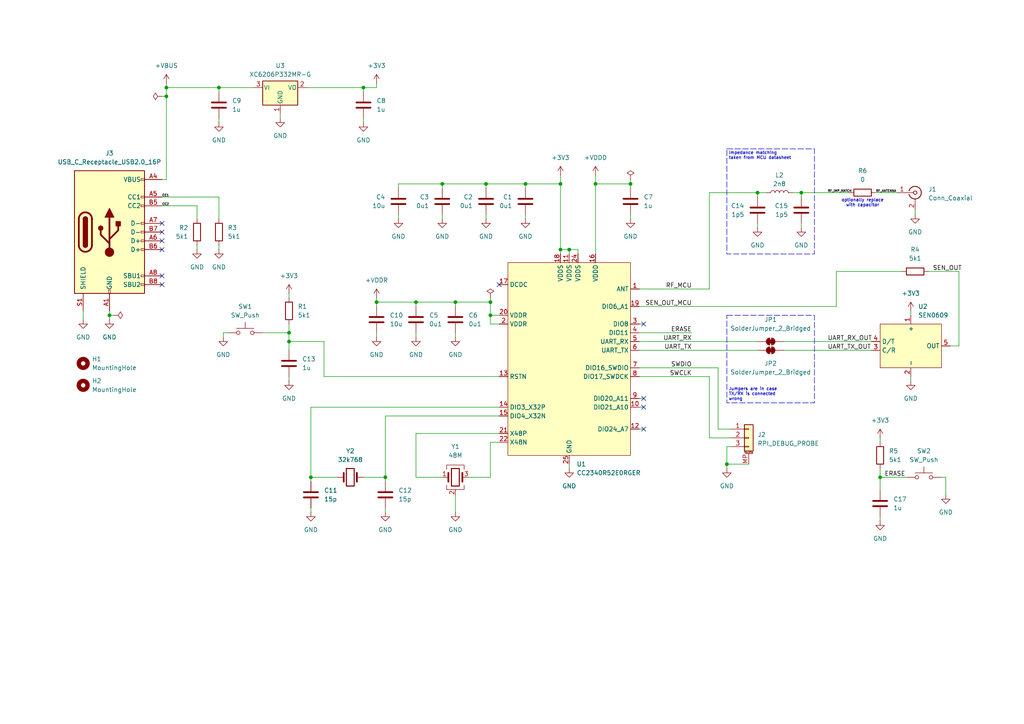
<source format=kicad_sch>
(kicad_sch (version 20250114) (generator "eeschema") (generator_version "9.0")
  (paper "A4")
  (title_block (title "Zigbee Presence sensor") (rev "1"))
  (lib_symbols
    (symbol "Connector:Conn_Coaxial" (pin_names (offset 1.016) (hide yes))
      (property "Reference" "J" (at 0.254 3.048 0))
      (property "Value" "Conn_Coaxial" (at 2.921 0 90))
      (symbol "Conn_Coaxial_0_1"
        (polyline (pts (xy -2.54 0) (xy -0.508 0)))
        (arc (start 1.778 0) (mid 0.222 -1.8079) (end -1.778 -0.508) (stroke (width 0.254)))
        (arc (start -1.778 0.508) (mid 0.2221 1.8084) (end 1.778 0) (stroke (width 0.254)))
        (circle (center 0 0) (radius 0.508) (stroke (width 0.2032)))
        (polyline (pts (xy 0 -2.54) (xy 0 -1.778)))
      )
      (symbol "Conn_Coaxial_1_1"
        (pin passive line (at -5.08 0 0) (length 2.54) (name "In") (number "1"))
        (pin passive line (at 0 -5.08 90) (length 2.54) (name "Ext") (number "2"))
      )
    )
    (symbol "Connector:USB_C_Receptacle_USB2.0_16P" (pin_names (offset 1.016))
      (property "Reference" "J" (at 0 22.225 0))
      (property "Value" "USB_C_Receptacle_USB2.0_16P" (at 0 19.685 0))
      (symbol "USB_C_Receptacle_USB2.0_16P_0_0"
        (rectangle (start -0.254 -17.78) (end 0.254 -16.764))
        (rectangle (start 10.16 15.494) (end 9.144 14.986))
        (rectangle (start 10.16 10.414) (end 9.144 9.906))
        (rectangle (start 10.16 7.874) (end 9.144 7.366))
        (rectangle (start 10.16 2.794) (end 9.144 2.286))
        (rectangle (start 10.16 0.254) (end 9.144 -0.254))
        (rectangle (start 10.16 -2.286) (end 9.144 -2.794))
        (rectangle (start 10.16 -4.826) (end 9.144 -5.334))
        (rectangle (start 10.16 -12.446) (end 9.144 -12.954))
        (rectangle (start 10.16 -14.986) (end 9.144 -15.494))
      )
      (symbol "USB_C_Receptacle_USB2.0_16P_0_1"
        (rectangle (start -10.16 17.78) (end 10.16 -17.78) (stroke (width 0.254)) (fill (type background)))
        (polyline (pts (xy -8.89 -3.81) (xy -8.89 3.81)) (stroke (width 0.508)))
        (rectangle (start -7.62 -3.81) (end -6.35 3.81) (stroke (width 0.254)) (fill (type outline)))
        (arc (start -7.62 3.81) (mid -6.985 4.4423) (end -6.35 3.81) (stroke (width 0.254)))
        (arc (start -7.62 3.81) (mid -6.985 4.4423) (end -6.35 3.81) (stroke (width 0.254)) (fill (type outline)))
        (arc (start -8.89 3.81) (mid -6.985 5.7067) (end -5.08 3.81) (stroke (width 0.508)))
        (arc (start -5.08 -3.81) (mid -6.985 -5.7067) (end -8.89 -3.81) (stroke (width 0.508)))
        (arc (start -6.35 -3.81) (mid -6.985 -4.4423) (end -7.62 -3.81) (stroke (width 0.254)))
        (arc (start -6.35 -3.81) (mid -6.985 -4.4423) (end -7.62 -3.81) (stroke (width 0.254)) (fill (type outline)))
        (polyline (pts (xy -5.08 3.81) (xy -5.08 -3.81)) (stroke (width 0.508)))
        (circle (center -2.54 1.143) (radius 0.635) (stroke (width 0.254)) (fill (type outline)))
        (polyline (pts (xy -1.27 4.318) (xy 0 6.858) (xy 1.27 4.318) (xy -1.27 4.318)) (stroke (width 0.254)) (fill (type outline)))
        (polyline (pts (xy 0 -2.032) (xy 2.54 0.508) (xy 2.54 1.778)) (stroke (width 0.508)))
        (polyline (pts (xy 0 -3.302) (xy -2.54 -0.762) (xy -2.54 0.508)) (stroke (width 0.508)))
        (polyline (pts (xy 0 -5.842) (xy 0 4.318)) (stroke (width 0.508)))
        (circle (center 0 -5.842) (radius 1.27) (fill (type outline)))
        (rectangle (start 1.905 1.778) (end 3.175 3.048) (stroke (width 0.254)) (fill (type outline)))
      )
      (symbol "USB_C_Receptacle_USB2.0_16P_1_1"
        (pin passive line (at -7.62 -22.86 90) (length 5.08) (name "SHIELD") (number "S1"))
        (pin passive line (at 0 -22.86 90) (length 5.08) (name "GND") (number "A1"))
        (pin passive line (at 0 -22.86 90) (length 5.08) (hide yes) (name "GND") (number "A12"))
        (pin passive line (at 0 -22.86 90) (length 5.08) (hide yes) (name "GND") (number "B1"))
        (pin passive line (at 0 -22.86 90) (length 5.08) (hide yes) (name "GND") (number "B12"))
        (pin passive line (at 15.24 15.24 180) (length 5.08) (name "VBUS") (number "A4"))
        (pin passive line (at 15.24 15.24 180) (length 5.08) (hide yes) (name "VBUS") (number "A9"))
        (pin passive line (at 15.24 15.24 180) (length 5.08) (hide yes) (name "VBUS") (number "B4"))
        (pin passive line (at 15.24 15.24 180) (length 5.08) (hide yes) (name "VBUS") (number "B9"))
        (pin bidirectional line (at 15.24 10.16 180) (length 5.08) (name "CC1") (number "A5"))
        (pin bidirectional line (at 15.24 7.62 180) (length 5.08) (name "CC2") (number "B5"))
        (pin bidirectional line (at 15.24 2.54 180) (length 5.08) (name "D-") (number "A7"))
        (pin bidirectional line (at 15.24 0 180) (length 5.08) (name "D-") (number "B7"))
        (pin bidirectional line (at 15.24 -2.54 180) (length 5.08) (name "D+") (number "A6"))
        (pin bidirectional line (at 15.24 -5.08 180) (length 5.08) (name "D+") (number "B6"))
        (pin bidirectional line (at 15.24 -12.7 180) (length 5.08) (name "SBU1") (number "A8"))
        (pin bidirectional line (at 15.24 -15.24 180) (length 5.08) (name "SBU2") (number "B8"))
      )
    )
    (symbol "Connector_Generic_MountingPin:Conn_01x03_MountingPin" (pin_names (offset 1.016) (hide yes))
      (property "Reference" "J" (at 0 5.08 0))
      (property "Value" "Conn_01x03_MountingPin" (at 1.27 -5.08 0))
      (symbol "Conn_01x03_MountingPin_1_1"
        (rectangle (start -1.27 3.81) (end 1.27 -3.81) (stroke (width 0.254)) (fill (type background)))
        (rectangle (start -1.27 2.667) (end 0 2.413) (stroke (width 0.1524)))
        (rectangle (start -1.27 0.127) (end 0 -0.127) (stroke (width 0.1524)))
        (rectangle (start -1.27 -2.413) (end 0 -2.667) (stroke (width 0.1524)))
        (polyline (pts (xy -1.016 -4.572) (xy 1.016 -4.572)) (stroke (width 0.1524)))
        (text "Mounting" (at 0 -4.191 0) (effects (font (size 0.381 0.381))))
        (pin passive line (at -5.08 2.54 0) (length 3.81) (name "Pin_1") (number "1"))
        (pin passive line (at -5.08 0 0) (length 3.81) (name "Pin_2") (number "2"))
        (pin passive line (at -5.08 -2.54 0) (length 3.81) (name "Pin_3") (number "3"))
        (pin passive line (at 0 -7.62 90) (length 3.048) (name "MountPin") (number "MP"))
      )
    )
    (symbol "Device:C" (pin_numbers (hide yes)) (pin_names (offset 0.254))
      (property "Reference" "C" (at 0.635 2.54 0))
      (property "Value" "C" (at 0.635 -2.54 0))
      (symbol "C_0_1"
        (polyline (pts (xy -2.032 0.762) (xy 2.032 0.762)) (stroke (width 0.508)))
        (polyline (pts (xy -2.032 -0.762) (xy 2.032 -0.762)) (stroke (width 0.508)))
      )
      (symbol "C_1_1"
        (pin passive line (at 0 3.81 270) (length 2.794) (name "~") (number "1"))
        (pin passive line (at 0 -3.81 90) (length 2.794) (name "~") (number "2"))
      )
    )
    (symbol "Device:Crystal" (pin_numbers (hide yes)) (pin_names (offset 1.016) (hide yes))
      (property "Reference" "Y" (at 0 3.81 0))
      (property "Value" "Crystal" (at 0 -3.81 0))
      (symbol "Crystal_0_1"
        (polyline (pts (xy -2.54 0) (xy -1.905 0)))
        (polyline (pts (xy -1.905 -1.27) (xy -1.905 1.27)) (stroke (width 0.508)))
        (rectangle (start -1.143 2.54) (end 1.143 -2.54) (stroke (width 0.3048)))
        (polyline (pts (xy 1.905 -1.27) (xy 1.905 1.27)) (stroke (width 0.508)))
        (polyline (pts (xy 2.54 0) (xy 1.905 0)))
      )
      (symbol "Crystal_1_1"
        (pin passive line (at -3.81 0 0) (length 1.27) (name "1") (number "1"))
        (pin passive line (at 3.81 0 180) (length 1.27) (name "2") (number "2"))
      )
    )
    (symbol "Device:Crystal_GND24" (pin_names (offset 1.016) (hide yes))
      (property "Reference" "Y" (at 3.175 5.08 0))
      (property "Value" "Crystal_GND24" (at 3.175 3.175 0))
      (symbol "Crystal_GND24_0_1"
        (polyline (pts (xy -2.54 2.286) (xy -2.54 3.556) (xy 2.54 3.556) (xy 2.54 2.286)))
        (polyline (pts (xy -2.54 0) (xy -2.032 0)))
        (polyline (pts (xy -2.54 -2.286) (xy -2.54 -3.556) (xy 2.54 -3.556) (xy 2.54 -2.286)))
        (polyline (pts (xy -2.032 -1.27) (xy -2.032 1.27)) (stroke (width 0.508)))
        (rectangle (start -1.143 2.54) (end 1.143 -2.54) (stroke (width 0.3048)))
        (polyline (pts (xy 0 -3.81) (xy 0 -3.556)))
        (polyline (pts (xy 2.032 0) (xy 2.54 0)))
        (polyline (pts (xy 2.032 -1.27) (xy 2.032 1.27)) (stroke (width 0.508)))
      )
      (symbol "Crystal_GND24_1_1"
        (pin passive line (at -3.81 0 0) (length 1.27) (name "1") (number "1"))
        (pin passive line (at 0 -5.08 90) (length 1.27) (name "G") (number "2"))
        (pin passive line (at 0 -5.08 90) (length 1.27) (hide yes) (name "G") (number "4"))
        (pin passive line (at 3.81 0 180) (length 1.27) (name "3") (number "3"))
      )
    )
    (symbol "Device:L" (pin_numbers (hide yes)) (pin_names (offset 1.016) (hide yes))
      (property "Reference" "L" (at -1.27 0 90))
      (property "Value" "L" (at 1.905 0 90))
      (symbol "L_0_1"
        (arc (start 0 2.54) (mid 0.6323 1.905) (end 0 1.27))
        (arc (start 0 1.27) (mid 0.6323 0.635) (end 0 0))
        (arc (start 0 0) (mid 0.6323 -0.635) (end 0 -1.27))
        (arc (start 0 -1.27) (mid 0.6323 -1.905) (end 0 -2.54))
      )
      (symbol "L_1_1"
        (pin passive line (at 0 3.81 270) (length 1.27) (name "1") (number "1"))
        (pin passive line (at 0 -3.81 90) (length 1.27) (name "2") (number "2"))
      )
    )
    (symbol "Device:R" (pin_numbers (hide yes)) (pin_names (offset 0))
      (property "Reference" "R" (at 2.032 0 90))
      (property "Value" "R" (at 0 0 90))
      (symbol "R_0_1"
        (rectangle (start -1.016 -2.54) (end 1.016 2.54) (stroke (width 0.254)))
      )
      (symbol "R_1_1"
        (pin passive line (at 0 3.81 270) (length 1.27) (name "~") (number "1"))
        (pin passive line (at 0 -3.81 90) (length 1.27) (name "~") (number "2"))
      )
    )
    (symbol "Jumper:SolderJumper_2_Bridged" (pin_numbers (hide yes)) (pin_names (offset 0) (hide yes)) (in_bom no)
      (property "Reference" "JP" (at 0 2.032 0))
      (property "Value" "SolderJumper_2_Bridged" (at 0 -2.54 0))
      (symbol "SolderJumper_2_Bridged_0_1"
        (rectangle (start -0.508 0.508) (end 0.508 -0.508) (fill (type outline)))
        (polyline (pts (xy -0.254 1.016) (xy -0.254 -1.016)))
        (arc (start -0.254 -1.016) (mid -1.2656 0) (end -0.254 1.016))
        (arc (start -0.254 -1.016) (mid -1.2656 0) (end -0.254 1.016) (fill (type outline)))
        (arc (start 0.254 1.016) (mid 1.2656 0) (end 0.254 -1.016))
        (arc (start 0.254 1.016) (mid 1.2656 0) (end 0.254 -1.016) (fill (type outline)))
        (polyline (pts (xy 0.254 1.016) (xy 0.254 -1.016)))
      )
      (symbol "SolderJumper_2_Bridged_1_1"
        (pin passive line (at -3.81 0 0) (length 2.54) (name "A") (number "1"))
        (pin passive line (at 3.81 0 180) (length 2.54) (name "B") (number "2"))
      )
    )
    (symbol "Mechanical:MountingHole" (pin_names (offset 1.016)) (in_bom no)
      (property "Reference" "H" (at 0 5.08 0))
      (property "Value" "MountingHole" (at 0 3.175 0))
      (symbol "MountingHole_0_1"
        (circle (center 0 0) (radius 1.27) (stroke (width 1.27)))
      )
    )
    (symbol "Regulator_Linear:XC6206PxxxMR" (pin_names (offset 0.254))
      (property "Reference" "U" (at -3.81 3.175 0))
      (property "Value" "XC6206PxxxMR" (at 0 3.175 0))
      (symbol "XC6206PxxxMR_0_1"
        (rectangle (start -5.08 1.905) (end 5.08 -5.08) (stroke (width 0.254)) (fill (type background)))
      )
      (symbol "XC6206PxxxMR_1_1"
        (pin power_in line (at -7.62 0 0) (length 2.54) (name "VI") (number "3"))
        (pin power_in line (at 0 -7.62 90) (length 2.54) (name "GND") (number "1"))
        (pin power_out line (at 7.62 0 180) (length 2.54) (name "VO") (number "2"))
      )
    )
    (symbol "Switch:SW_Push" (pin_numbers (hide yes)) (pin_names (offset 1.016) (hide yes))
      (property "Reference" "SW" (at 1.27 2.54 0))
      (property "Value" "SW_Push" (at 0 -1.524 0))
      (symbol "SW_Push_0_1"
        (circle (center -2.032 0) (radius 0.508))
        (polyline (pts (xy 0 1.27) (xy 0 3.048)))
        (circle (center 2.032 0) (radius 0.508))
        (polyline (pts (xy 2.54 1.27) (xy -2.54 1.27)))
        (pin passive line (at -5.08 0 0) (length 2.54) (name "1") (number "1"))
        (pin passive line (at 5.08 0 180) (length 2.54) (name "2") (number "2"))
      )
    )
    (symbol "power:+3V0" (power) (pin_numbers (hide yes)) (pin_names (offset 0) (hide yes))
      (property "Value" "+3V0" (at 0 3.556 0))
      (symbol "+3V0_0_1"
        (polyline (pts (xy -0.762 1.27) (xy 0 2.54)))
        (polyline (pts (xy 0 2.54) (xy 0.762 1.27)))
        (polyline (pts (xy 0 0) (xy 0 2.54)))
      )
      (symbol "+3V0_1_1"
        (pin power_in line (at 0 0 90) (length 0) (name "~") (number "1"))
      )
    )
    (symbol "power:GND" (power) (pin_numbers (hide yes)) (pin_names (offset 0) (hide yes))
      (property "Value" "GND" (at 0 -3.81 0))
      (symbol "GND_0_1"
        (polyline (pts (xy 0 0) (xy 0 -1.27) (xy 1.27 -1.27) (xy 0 -2.54) (xy -1.27 -1.27) (xy 0 -1.27)))
      )
      (symbol "GND_1_1"
        (pin power_in line (at 0 0 270) (length 0) (name "~") (number "1"))
      )
    )
    (symbol "power:PWR_FLAG" (power) (pin_numbers (hide yes)) (pin_names (offset 0) (hide yes))
      (property "Value" "PWR_FLAG" (at 0 3.81 0))
      (symbol "PWR_FLAG_0_0"
        (pin power_out line (at 0 0 90) (length 0) (name "~") (number "1"))
      )
      (symbol "PWR_FLAG_0_1"
        (polyline (pts (xy 0 0) (xy 0 1.27) (xy -1.016 1.905) (xy 0 2.54) (xy 1.016 1.905) (xy 0 1.27)))
      )
    )
    (symbol "power:VDDF" (power) (pin_numbers (hide yes)) (pin_names (offset 0) (hide yes))
      (property "Value" "VDDF" (at 0 3.556 0))
      (symbol "VDDF_0_1"
        (polyline (pts (xy -0.762 1.27) (xy 0 2.54)))
        (polyline (pts (xy 0 2.54) (xy 0.762 1.27)))
        (polyline (pts (xy 0 0) (xy 0 2.54)))
      )
      (symbol "VDDF_1_1"
        (pin power_in line (at 0 0 90) (length 0) (name "~") (number "1"))
      )
    )
    (symbol "presence-sensor:CC2340R21N0RGER"
      (property "Reference" "U" (at 2.286 -29.718 0))
      (property "Value" "CC2340R21N0RGER" (at 2.286 -31.496 0))
      (symbol "CC2340R21N0RGER_0_0"
        (pin power_in line (at -20.32 21.59 0) (length 2.54) (name "DCDC") (number "17"))
        (pin power_in line (at -20.32 12.7 0) (length 2.54) (name "VDDR") (number "20"))
        (pin power_in line (at -20.32 10.16 0) (length 2.54) (name "VDDR") (number "2"))
        (pin bidirectional line (at -20.32 -13.97 0) (length 2.54) (name "DIO3_X32P") (number "14"))
        (pin bidirectional line (at -20.32 -16.51 0) (length 2.54) (name "DIO4_X32N") (number "15"))
        (pin bidirectional line (at -20.32 -21.59 0) (length 2.54) (name "X48P") (number "21"))
        (pin bidirectional line (at -20.32 -24.13 0) (length 2.54) (name "X48N") (number "22"))
        (pin power_in line (at -2.54 30.48 270) (length 2.54) (name "VDDS") (number "18"))
        (pin power_in line (at 0 30.48 270) (length 2.54) (name "VDDS") (number "11"))
        (pin power_in line (at 0 -30.48 90) (length 2.54) (hide yes) (name "GND") (number "23"))
        (pin power_in line (at 2.54 30.48 270) (length 2.54) (name "VDDS") (number "24"))
        (pin power_in line (at 7.62 30.48 270) (length 2.54) (name "VDDD") (number "16"))
        (pin bidirectional line (at 20.32 20.32 180) (length 2.54) (name "ANT") (number "1"))
        (pin bidirectional line (at 20.32 15.24 180) (length 2.54) (name "DIO6_A1") (number "19"))
        (pin bidirectional line (at 20.32 10.16 180) (length 2.54) (name "DIO8") (number "3"))
        (pin bidirectional line (at 20.32 7.62 180) (length 2.54) (name "DIO11") (number "4"))
        (pin bidirectional line (at 20.32 -2.54 180) (length 2.54) (name "DIO16_SWDIO") (number "7"))
        (pin bidirectional line (at 20.32 -5.08 180) (length 2.54) (name "DIO17_SWDCK") (number "8"))
        (pin bidirectional line (at 20.32 -11.43 180) (length 2.54) (name "DIO20_A11") (number "9"))
        (pin bidirectional line (at 20.32 -13.97 180) (length 2.54) (name "DIO21_A10") (number "10"))
        (pin bidirectional line (at 20.32 -20.32 180) (length 2.54) (name "DIO24_A7") (number "12"))
      )
      (symbol "CC2340R21N0RGER_1_0"
        (pin input line (at -20.32 -5.08 0) (length 2.54) (name "RSTN") (number "13"))
        (pin power_in line (at 0 -30.48 90) (length 2.54) (name "GND") (number "25"))
        (pin bidirectional line (at 20.32 5.08 180) (length 2.54) (name "DIO12") (number "5") (alternate "UART_RX" bidirectional line))
        (pin bidirectional line (at 20.32 2.54 180) (length 2.54) (name "DIO13") (number "6") (alternate "UART_TX" bidirectional line))
      )
      (symbol "CC2340R21N0RGER_1_1"
        (rectangle (start -17.78 27.94) (end 17.78 -27.94) (fill (type background)))
      )
    )
    (symbol "presence-sensor:SEN0609"
      (property "Reference" "U" (at 0 0.762 0))
      (property "Value" "SEN0609" (at 0 -1.27 0))
      (symbol "SEN0609_0_0"
        (pin output line (at -11.43 1.27 0) (length 2.54) (name "D/T") (number "4"))
        (pin input line (at -11.43 -1.27 0) (length 2.54) (name "C/R") (number "3"))
        (pin power_in line (at 0 8.89 270) (length 2.54) (name "+") (number "1"))
        (pin power_in line (at 0 -8.89 90) (length 2.54) (name "-") (number "2"))
        (pin output line (at 11.43 0 180) (length 2.54) (name "OUT") (number "5"))
      )
      (symbol "SEN0609_1_1"
        (rectangle (start -8.89 6.35) (end 8.89 -6.35) (fill (type background)))
      )
    )
  )
  (rectangle (start 210.82 43.18) (end 236.22 73.66) (stroke (width 0) (type dash)))
  (rectangle (start 210.82 91.44) (end 236.22 116.84) (stroke (width 0) (type dash)))
  (text "Jumpers are in case\nTX/RX is connected\nwrong" (at 211.328 116.332 0) (effects (font (size 0.889 0.889)) (justify left bottom)))
  (text "optionally replace\nwith capacitor" (at 250.19 57.658 0) (effects (font (size 0.889 0.889)) (justify top)))
  (text "Impedance matching\ntaken from MCU datasheet" (at 211.328 43.942 0) (effects (font (size 0.889 0.889)) (justify left top)))
  (junction (at 219.71 55.88))
  (junction (at 210.82 134.62))
  (junction (at 120.65 87.63))
  (junction (at 48.26 25.4))
  (junction (at 232.41 55.88))
  (junction (at 165.1 72.39))
  (junction (at 142.24 91.44))
  (junction (at 83.82 99.06))
  (junction (at 172.72 53.34))
  (junction (at 162.56 53.34))
  (junction (at 142.24 87.63))
  (junction (at 182.88 53.34))
  (junction (at 105.41 25.4))
  (junction (at 48.26 27.94))
  (junction (at 63.5 25.4))
  (junction (at 152.4 53.34))
  (junction (at 111.76 138.43))
  (junction (at 132.08 87.63))
  (junction (at 255.27 138.43))
  (junction (at 162.56 72.39))
  (junction (at 90.17 138.43))
  (junction (at 83.82 96.52))
  (junction (at 109.22 87.63))
  (junction (at 31.75 91.44))
  (junction (at 140.97 53.34))
  (junction (at 128.27 53.34))
  (no_connect (at 46.99 80.01))
  (no_connect (at 46.99 69.85))
  (no_connect (at 186.69 124.46))
  (no_connect (at 186.69 93.98))
  (no_connect (at 46.99 82.55))
  (no_connect (at 186.69 115.57))
  (no_connect (at 46.99 67.31))
  (no_connect (at 144.78 82.55))
  (no_connect (at 46.99 72.39))
  (no_connect (at 46.99 64.77))
  (no_connect (at 186.69 118.11))
  (wire (pts (xy 109.22 87.63) (xy 120.65 87.63)))
  (wire (pts (xy 152.4 53.34) (xy 140.97 53.34)))
  (wire (pts (xy 162.56 50.8) (xy 162.56 53.34)))
  (wire (pts (xy 90.17 147.32) (xy 90.17 148.59)))
  (wire (pts (xy 205.74 127) (xy 212.09 127)))
  (wire (pts (xy 115.57 54.61) (xy 115.57 53.34)))
  (wire (pts (xy 120.65 125.73) (xy 120.65 138.43)))
  (wire (pts (xy 128.27 53.34) (xy 128.27 54.61)))
  (wire (pts (xy 64.77 96.52) (xy 66.04 96.52)))
  (wire (pts (xy 265.43 62.23) (xy 265.43 60.96)))
  (wire (pts (xy 33.02 91.44) (xy 31.75 91.44)))
  (wire (pts (xy 186.69 93.98) (xy 185.42 93.98)))
  (wire (pts (xy 255.27 127) (xy 255.27 128.27)))
  (wire (pts (xy 212.09 129.54) (xy 210.82 129.54)))
  (wire (pts (xy 132.08 88.9) (xy 132.08 87.63)))
  (wire (pts (xy 205.74 127) (xy 205.74 109.22)))
  (wire (pts (xy 83.82 99.06) (xy 83.82 101.6)))
  (wire (pts (xy 93.98 99.06) (xy 93.98 109.22)))
  (wire (pts (xy 109.22 25.4) (xy 109.22 24.13)))
  (wire (pts (xy 186.69 124.46) (xy 185.42 124.46)))
  (wire (pts (xy 227.33 99.06) (xy 252.73 99.06)))
  (wire (pts (xy 48.26 27.94) (xy 48.26 52.07)))
  (wire (pts (xy 31.75 92.71) (xy 31.75 91.44)))
  (wire (pts (xy 63.5 25.4) (xy 73.66 25.4)))
  (wire (pts (xy 120.65 138.43) (xy 128.27 138.43)))
  (wire (pts (xy 165.1 72.39) (xy 165.1 73.66)))
  (wire (pts (xy 132.08 148.59) (xy 132.08 143.51)))
  (wire (pts (xy 172.72 50.8) (xy 172.72 53.34)))
  (wire (pts (xy 255.27 135.89) (xy 255.27 138.43)))
  (wire (pts (xy 274.32 138.43) (xy 273.05 138.43)))
  (wire (pts (xy 48.26 52.07) (xy 46.99 52.07)))
  (wire (pts (xy 31.75 91.44) (xy 31.75 90.17)))
  (wire (pts (xy 105.41 35.56) (xy 105.41 34.29)))
  (wire (pts (xy 140.97 63.5) (xy 140.97 62.23)))
  (wire (pts (xy 219.71 66.04) (xy 219.71 64.77)))
  (wire (pts (xy 142.24 128.27) (xy 144.78 128.27)))
  (wire (pts (xy 90.17 138.43) (xy 97.79 138.43)))
  (wire (pts (xy 140.97 53.34) (xy 128.27 53.34)))
  (wire (pts (xy 142.24 128.27) (xy 142.24 138.43)))
  (wire (pts (xy 111.76 139.7) (xy 111.76 138.43)))
  (wire (pts (xy 162.56 72.39) (xy 162.56 73.66)))
  (wire (pts (xy 185.42 109.22) (xy 205.74 109.22)))
  (wire (pts (xy 185.42 96.52) (xy 200.66 96.52)))
  (wire (pts (xy 63.5 57.15) (xy 63.5 63.5)))
  (wire (pts (xy 48.26 25.4) (xy 48.26 27.94)))
  (wire (pts (xy 109.22 97.79) (xy 109.22 96.52)))
  (wire (pts (xy 132.08 87.63) (xy 142.24 87.63)))
  (wire (pts (xy 186.69 115.57) (xy 185.42 115.57)))
  (wire (pts (xy 83.82 93.98) (xy 83.82 96.52)))
  (wire (pts (xy 205.74 55.88) (xy 205.74 83.82)))
  (wire (pts (xy 88.9 25.4) (xy 105.41 25.4)))
  (wire (pts (xy 278.13 78.74) (xy 269.24 78.74)))
  (wire (pts (xy 242.57 78.74) (xy 242.57 88.9)))
  (wire (pts (xy 115.57 63.5) (xy 115.57 62.23)))
  (wire (pts (xy 83.82 110.49) (xy 83.82 109.22)))
  (wire (pts (xy 162.56 53.34) (xy 162.56 72.39)))
  (wire (pts (xy 135.89 138.43) (xy 142.24 138.43)))
  (wire (pts (xy 274.32 138.43) (xy 274.32 143.51)))
  (wire (pts (xy 46.99 27.94) (xy 48.26 27.94)))
  (wire (pts (xy 205.74 55.88) (xy 219.71 55.88)))
  (wire (pts (xy 255.27 138.43) (xy 255.27 142.24)))
  (wire (pts (xy 48.26 25.4) (xy 63.5 25.4)))
  (wire (pts (xy 64.77 97.79) (xy 64.77 96.52)))
  (wire (pts (xy 111.76 120.65) (xy 144.78 120.65)))
  (wire (pts (xy 83.82 99.06) (xy 93.98 99.06)))
  (wire (pts (xy 111.76 147.32) (xy 111.76 148.59)))
  (wire (pts (xy 264.16 90.17) (xy 264.16 91.44)))
  (wire (pts (xy 172.72 53.34) (xy 172.72 73.66)))
  (wire (pts (xy 90.17 118.11) (xy 144.78 118.11)))
  (wire (pts (xy 242.57 78.74) (xy 261.62 78.74)))
  (wire (pts (xy 76.2 96.52) (xy 83.82 96.52)))
  (wire (pts (xy 255.27 138.43) (xy 262.89 138.43)))
  (wire (pts (xy 182.88 52.07) (xy 182.88 53.34)))
  (wire (pts (xy 128.27 53.34) (xy 115.57 53.34)))
  (wire (pts (xy 142.24 91.44) (xy 144.78 91.44)))
  (wire (pts (xy 186.69 118.11) (xy 185.42 118.11)))
  (wire (pts (xy 90.17 118.11) (xy 90.17 138.43)))
  (wire (pts (xy 219.71 55.88) (xy 222.25 55.88)))
  (wire (pts (xy 182.88 53.34) (xy 182.88 54.61)))
  (wire (pts (xy 105.41 138.43) (xy 111.76 138.43)))
  (wire (pts (xy 255.27 151.13) (xy 255.27 149.86)))
  (wire (pts (xy 90.17 139.7) (xy 90.17 138.43)))
  (wire (pts (xy 93.98 109.22) (xy 144.78 109.22)))
  (wire (pts (xy 275.59 100.33) (xy 278.13 100.33)))
  (wire (pts (xy 278.13 78.74) (xy 278.13 100.33)))
  (wire (pts (xy 162.56 53.34) (xy 152.4 53.34)))
  (wire (pts (xy 185.42 88.9) (xy 242.57 88.9)))
  (wire (pts (xy 152.4 53.34) (xy 152.4 54.61)))
  (wire (pts (xy 162.56 72.39) (xy 165.1 72.39)))
  (wire (pts (xy 232.41 55.88) (xy 246.38 55.88)))
  (wire (pts (xy 46.99 59.69) (xy 57.15 59.69)))
  (wire (pts (xy 185.42 83.82) (xy 205.74 83.82)))
  (wire (pts (xy 140.97 53.34) (xy 140.97 54.61)))
  (wire (pts (xy 109.22 86.36) (xy 109.22 87.63)))
  (wire (pts (xy 63.5 25.4) (xy 63.5 26.67)))
  (wire (pts (xy 185.42 106.68) (xy 208.28 106.68)))
  (wire (pts (xy 111.76 120.65) (xy 111.76 138.43)))
  (wire (pts (xy 254 55.88) (xy 260.35 55.88)))
  (wire (pts (xy 227.33 101.6) (xy 252.73 101.6)))
  (wire (pts (xy 142.24 86.36) (xy 142.24 87.63)))
  (wire (pts (xy 210.82 135.89) (xy 210.82 134.62)))
  (wire (pts (xy 63.5 72.39) (xy 63.5 71.12)))
  (wire (pts (xy 120.65 87.63) (xy 132.08 87.63)))
  (wire (pts (xy 185.42 101.6) (xy 219.71 101.6)))
  (wire (pts (xy 182.88 62.23) (xy 182.88 63.5)))
  (wire (pts (xy 83.82 85.09) (xy 83.82 86.36)))
  (wire (pts (xy 57.15 59.69) (xy 57.15 63.5)))
  (wire (pts (xy 219.71 55.88) (xy 219.71 57.15)))
  (wire (pts (xy 57.15 72.39) (xy 57.15 71.12)))
  (wire (pts (xy 185.42 99.06) (xy 219.71 99.06)))
  (wire (pts (xy 63.5 35.56) (xy 63.5 34.29)))
  (wire (pts (xy 264.16 110.49) (xy 264.16 109.22)))
  (wire (pts (xy 152.4 63.5) (xy 152.4 62.23)))
  (wire (pts (xy 210.82 134.62) (xy 217.17 134.62)))
  (wire (pts (xy 24.13 90.17) (xy 24.13 92.71)))
  (wire (pts (xy 105.41 25.4) (xy 109.22 25.4)))
  (wire (pts (xy 172.72 53.34) (xy 182.88 53.34)))
  (wire (pts (xy 109.22 88.9) (xy 109.22 87.63)))
  (wire (pts (xy 128.27 63.5) (xy 128.27 62.23)))
  (wire (pts (xy 212.09 124.46) (xy 208.28 124.46)))
  (wire (pts (xy 232.41 66.04) (xy 232.41 64.77)))
  (wire (pts (xy 120.65 97.79) (xy 120.65 96.52)))
  (wire (pts (xy 83.82 96.52) (xy 83.82 99.06)))
  (wire (pts (xy 120.65 88.9) (xy 120.65 87.63)))
  (wire (pts (xy 229.87 55.88) (xy 232.41 55.88)))
  (wire (pts (xy 142.24 93.98) (xy 142.24 91.44)))
  (wire (pts (xy 142.24 91.44) (xy 142.24 87.63)))
  (wire (pts (xy 232.41 55.88) (xy 232.41 57.15)))
  (wire (pts (xy 46.99 57.15) (xy 63.5 57.15)))
  (wire (pts (xy 167.64 72.39) (xy 167.64 73.66)))
  (wire (pts (xy 165.1 135.89) (xy 165.1 134.62)))
  (wire (pts (xy 81.28 34.29) (xy 81.28 33.02)))
  (wire (pts (xy 165.1 72.39) (xy 167.64 72.39)))
  (wire (pts (xy 48.26 24.13) (xy 48.26 25.4)))
  (wire (pts (xy 105.41 25.4) (xy 105.41 26.67)))
  (wire (pts (xy 132.08 97.79) (xy 132.08 96.52)))
  (wire (pts (xy 120.65 125.73) (xy 144.78 125.73)))
  (wire (pts (xy 144.78 93.98) (xy 142.24 93.98)))
  (wire (pts (xy 210.82 129.54) (xy 210.82 134.62)))
  (wire (pts (xy 208.28 124.46) (xy 208.28 106.68)))
  (label "SWDIO" (at 200.66 106.68 180))
  (label "SEN_OUT_MCU" (at 200.66 88.9 180))
  (label "SWCLK" (at 200.66 109.22 180))
  (label "UART_TX_OUT" (at 240.03 101.6 0))
  (label "ERASE" (at 200.66 96.52 180))
  (label "SEN_OUT" (at 270.51 78.74 0))
  (label "CC2" (at 46.99 59.69 0) (effects (font (size 0.635 0.635))))
  (label "RF_MCU" (at 200.66 83.82 180))
  (label "UART_TX" (at 200.66 101.6 180))
  (label "ERASE" (at 256.54 138.43 0))
  (label "RF_ANTENNA" (at 254 55.88 0) (effects (font (size 0.635 0.635))))
  (label "UART_RX_OUT" (at 240.03 99.06 0))
  (label "CC1" (at 46.99 57.15 0) (effects (font (size 0.635 0.635))))
  (label "RF_IMP_MATCH" (at 240.03 55.88 0) (effects (font (size 0.635 0.635))))
  (label "UART_RX" (at 200.66 99.06 180))
  (symbol (lib_id "Mechanical:MountingHole") (at 24.13 105.41 0) (unit 1) (in_bom no)
    (property "Reference" "H1" (at 26.67 104.1399 0) (effects (justify left)))
    (property "Value" "MountingHole" (at 26.67 106.6799 0) (effects (justify left)))
    (property "Footprint" "MountingHole:MountingHole_2.5mm" (effects (hide yes)))
    (property "Description" "Mounting Hole without connection" (effects (hide yes)))
  )
  (symbol (lib_id "power:GND") (at 120.65 97.79 0) (mirror y) (unit 1)
    (property "Reference" "#PWR08" (effects (hide yes)))
    (property "Value" "GND" (at 120.65 102.87 0))
    (property "Description" "Power symbol creates a global label with name \"GND\" , ground" (effects (hide yes)))
  )
  (symbol (lib_id "power:GND") (at 128.27 63.5 0) (mirror y) (unit 1)
    (property "Reference" "#PWR05" (effects (hide yes)))
    (property "Value" "GND" (at 128.27 68.58 0))
    (property "Description" "Power symbol creates a global label with name \"GND\" , ground" (effects (hide yes)))
  )
  (symbol (lib_id "Device:C") (at 105.41 30.48 0) (mirror y) (unit 1)
    (property "Reference" "C8" (at 109.22 29.2099 0) (effects (justify right)))
    (property "Value" "1u" (at 109.22 31.7499 0) (effects (justify right)))
    (property "Footprint" "Capacitor_SMD:C_0603_1608Metric" (effects (hide yes)))
    (property "Description" "Unpolarized capacitor" (effects (hide yes)))
    (property "JLCPCB Part #" "C15849" (effects (hide yes)))
  )
  (symbol (lib_id "power:PWR_FLAG") (at 46.99 27.94 90) (unit 1)
    (property "Reference" "#FLG01" (effects (hide yes)))
    (property "Value" "PWR_FLAG" (effects (hide yes)))
    (property "Description" "Special symbol for telling ERC where power comes from" (effects (hide yes)))
  )
  (symbol (lib_id "Regulator_Linear:XC6206PxxxMR") (at 81.28 25.4 0) (unit 1)
    (property "Reference" "U3" (at 81.28 19.05 0))
    (property "Value" "XC6206P332MR-G" (at 81.28 21.59 0))
    (property "Footprint" "Package_TO_SOT_SMD:SOT-23-3" (effects (hide yes)))
    (property "Datasheet" "https://www.torexsemi.com/file/xc6206/XC6206.pdf" (effects (hide yes)))
    (property "Description" "Positive 60-250mA Low Dropout Regulator, Fixed Output, SOT-23" (effects (hide yes)))
    (property "JLCPCB Part #" "C5446" (effects (hide yes)))
  )
  (symbol (lib_id "power:VDDF") (at 109.22 86.36 0) (unit 1)
    (property "Reference" "#PWR036" (effects (hide yes)))
    (property "Value" "+VDDR" (at 109.22 81.28 0))
    (property "Description" "Power symbol creates a global label with name \"VDDF\"" (effects (hide yes)))
  )
  (symbol (lib_id "power:GND") (at 182.88 63.5 0) (unit 1)
    (property "Reference" "#PWR010" (effects (hide yes)))
    (property "Value" "GND" (at 182.88 68.58 0))
    (property "Description" "Power symbol creates a global label with name \"GND\" , ground" (effects (hide yes)))
  )
  (symbol (lib_id "power:GND") (at 64.77 97.79 0) (mirror y) (unit 1)
    (property "Reference" "#PWR029" (effects (hide yes)))
    (property "Value" "GND" (at 64.77 102.87 0))
    (property "Description" "Power symbol creates a global label with name \"GND\" , ground" (effects (hide yes)))
  )
  (symbol (lib_id "power:GND") (at 83.82 110.49 0) (mirror y) (unit 1)
    (property "Reference" "#PWR018" (effects (hide yes)))
    (property "Value" "GND" (at 83.82 115.57 0))
    (property "Description" "Power symbol creates a global label with name \"GND\" , ground" (effects (hide yes)))
  )
  (symbol (lib_id "Jumper:SolderJumper_2_Bridged") (at 223.52 99.06 0) (unit 1) (in_bom no)
    (property "Reference" "JP1" (at 223.52 92.71 0))
    (property "Value" "SolderJumper_2_Bridged" (at 223.52 95.25 0))
    (property "Footprint" "Jumper:SolderJumper-2_P1.3mm_Bridged_RoundedPad1.0x1.5mm" (effects (hide yes)))
    (property "Description" "Solder Jumper, 2-pole, closed/bridged" (effects (hide yes)))
  )
  (symbol (lib_id "power:GND") (at 24.13 92.71 0) (mirror y) (unit 1)
    (property "Reference" "#PWR031" (effects (hide yes)))
    (property "Value" "GND" (at 24.13 97.79 0))
    (property "Description" "Power symbol creates a global label with name \"GND\" , ground" (effects (hide yes)))
  )
  (symbol (lib_id "Device:C") (at 182.88 58.42 0) (mirror y) (unit 1)
    (property "Reference" "C7" (at 186.69 57.1499 0) (effects (justify right)))
    (property "Value" "1u" (at 186.69 59.6899 0) (effects (justify right)))
    (property "Footprint" "Capacitor_SMD:C_0603_1608Metric" (effects (hide yes)))
    (property "Description" "Unpolarized capacitor" (effects (hide yes)))
    (property "JLCPCB Part #" "C15849" (effects (hide yes)))
  )
  (symbol (lib_id "Device:C") (at 232.41 60.96 0) (mirror y) (unit 1)
    (property "Reference" "C15" (at 228.6 59.6899 0) (effects (justify left)))
    (property "Value" "1p5" (at 228.6 62.2299 0) (effects (justify left)))
    (property "Footprint" "Capacitor_SMD:C_0603_1608Metric" (effects (hide yes)))
    (property "Description" "Unpolarized capacitor" (effects (hide yes)))
    (property "JLCPCB Part #" "C1639" (effects (hide yes)))
  )
  (symbol (lib_id "Device:C") (at 152.4 58.42 0) (mirror y) (unit 1)
    (property "Reference" "C1" (at 148.59 57.1499 0) (effects (justify left)))
    (property "Value" "0u1" (at 148.59 59.6899 0) (effects (justify left)))
    (property "Footprint" "Capacitor_SMD:C_0603_1608Metric" (effects (hide yes)))
    (property "Description" "Unpolarized capacitor" (effects (hide yes)))
    (property "JLCPCB Part #" "C14663" (effects (hide yes)))
  )
  (symbol (lib_id "Device:C") (at 140.97 58.42 0) (mirror y) (unit 1)
    (property "Reference" "C2" (at 137.16 57.1499 0) (effects (justify left)))
    (property "Value" "0u1" (at 137.16 59.6899 0) (effects (justify left)))
    (property "Footprint" "Capacitor_SMD:C_0603_1608Metric" (effects (hide yes)))
    (property "Description" "Unpolarized capacitor" (effects (hide yes)))
    (property "JLCPCB Part #" "C14663" (effects (hide yes)))
  )
  (symbol (lib_id "Connector:USB_C_Receptacle_USB2.0_16P") (at 31.75 67.31 0) (unit 1)
    (property "Reference" "J3" (at 31.75 44.45 0))
    (property "Value" "USB_C_Receptacle_USB2.0_16P" (at 31.75 46.99 0))
    (property "Footprint" "Connector_USB:USB_C_Receptacle_GCT_USB4105-xx-A_16P_TopMnt_Horizontal" (effects (hide yes)))
    (property "Datasheet" "https://www.usb.org/sites/default/files/documents/usb_type-c.zip" (effects (hide yes)))
    (property "Description" "USB 2.0-only 16P Type-C Receptacle connector" (effects (hide yes)))
    (property "JLCPCB Part #" "C5184243" (effects (hide yes)))
  )
  (symbol (lib_id "Connector:Conn_Coaxial") (at 265.43 55.88 0) (unit 1) (in_bom no)
    (property "Reference" "J1" (at 269.24 54.9031 0) (effects (justify left)))
    (property "Value" "Conn_Coaxial" (at 269.24 57.4431 0) (effects (justify left)))
    (property "Footprint" "RF_Antenna:Texas_SWRA117D_2.4GHz_Right" (effects (hide yes)))
    (property "Description" "coaxial connector (BNC, SMA, SMB, SMC, Cinch/RCA, LEMO, ...)" (effects (hide yes)))
  )
  (symbol (lib_id "Device:R") (at 265.43 78.74 270) (unit 1)
    (property "Reference" "R4" (at 265.43 72.39 90))
    (property "Value" "5k1" (at 265.43 74.93 90))
    (property "Footprint" "Resistor_SMD:R_0603_1608Metric" (effects (hide yes)))
    (property "Description" "Resistor" (effects (hide yes)))
    (property "JLCPCB Part #" "C25803" (effects (hide yes)))
  )
  (symbol (lib_id "Device:C") (at 132.08 92.71 0) (unit 1)
    (property "Reference" "C6" (at 135.89 91.4399 0) (effects (justify left)))
    (property "Value" "0u1" (at 135.89 93.9799 0) (effects (justify left)))
    (property "Footprint" "Capacitor_SMD:C_0603_1608Metric" (effects (hide yes)))
    (property "Description" "Unpolarized capacitor" (effects (hide yes)))
    (property "JLCPCB Part #" "C14663" (effects (hide yes)))
  )
  (symbol (lib_id "Device:R") (at 255.27 132.08 180) (unit 1)
    (property "Reference" "R5" (at 257.81 130.8099 0) (effects (justify right)))
    (property "Value" "5k1" (at 257.81 133.3499 0) (effects (justify right)))
    (property "Footprint" "Resistor_SMD:R_0603_1608Metric" (effects (hide yes)))
    (property "Description" "Resistor" (effects (hide yes)))
    (property "JLCPCB Part #" "C25803" (effects (hide yes)))
  )
  (symbol (lib_id "Device:R") (at 250.19 55.88 270) (unit 1)
    (property "Reference" "R6" (at 250.19 49.53 90))
    (property "Value" "0" (at 250.19 52.07 90))
    (property "Footprint" "Resistor_SMD:R_0603_1608Metric" (effects (hide yes)))
    (property "Description" "Resistor" (effects (hide yes)))
    (property "JLCPCB Part #" "C21189" (effects (hide yes)))
  )
  (symbol (lib_id "power:GND") (at 165.1 135.89 0) (unit 1)
    (property "Reference" "#PWR02" (effects (hide yes)))
    (property "Value" "GND" (at 165.1 140.97 0))
    (property "Description" "Power symbol creates a global label with name \"GND\" , ground" (effects (hide yes)))
  )
  (symbol (lib_id "Switch:SW_Push") (at 71.12 96.52 0) (unit 1)
    (property "Reference" "SW1" (at 71.12 88.9 0))
    (property "Value" "SW_Push" (at 71.12 91.44 0))
    (property "Footprint" "Button_Switch_SMD:SW_SPST_B3U-1100P" (effects (hide yes)))
    (property "Description" "Push button switch, generic, two pins" (effects (hide yes)))
    (property "JLCPCB Part #" "C6467298" (effects (hide yes)))
    (property "Label" "RST" (effects (hide yes)))
  )
  (symbol (lib_id "Device:L") (at 226.06 55.88 90) (unit 1)
    (property "Reference" "L2" (at 226.06 50.8 90))
    (property "Value" "2n8" (at 226.06 53.34 90))
    (property "Footprint" "Inductor_SMD:L_0402_1005Metric" (effects (hide yes)))
    (property "Description" "Inductor" (effects (hide yes)))
    (property "JLCPCB Part #" "C27123" (effects (hide yes)))
  )
  (symbol (lib_id "power:+3V0") (at 48.26 24.13 0) (mirror y) (unit 1)
    (property "Reference" "#PWR028" (effects (hide yes)))
    (property "Value" "+VBUS" (at 48.26 19.05 0))
    (property "Description" "Power symbol creates a global label with name \"+3V0\"" (effects (hide yes)))
  )
  (symbol (lib_id "power:GND") (at 274.32 143.51 0) (unit 1)
    (property "Reference" "#PWR032" (effects (hide yes)))
    (property "Value" "GND" (at 274.32 148.59 0))
    (property "Description" "Power symbol creates a global label with name \"GND\" , ground" (effects (hide yes)))
  )
  (symbol (lib_id "power:GND") (at 265.43 62.23 0) (mirror y) (unit 1)
    (property "Reference" "#PWR021" (effects (hide yes)))
    (property "Value" "GND" (at 265.43 67.31 0))
    (property "Description" "Power symbol creates a global label with name \"GND\" , ground" (effects (hide yes)))
  )
  (symbol (lib_id "power:GND") (at 109.22 97.79 0) (mirror y) (unit 1)
    (property "Reference" "#PWR09" (effects (hide yes)))
    (property "Value" "GND" (at 109.22 102.87 0))
    (property "Description" "Power symbol creates a global label with name \"GND\" , ground" (effects (hide yes)))
  )
  (symbol (lib_id "power:GND") (at 81.28 34.29 0) (mirror y) (unit 1)
    (property "Reference" "#PWR014" (effects (hide yes)))
    (property "Value" "GND" (at 81.28 39.37 0))
    (property "Description" "Power symbol creates a global label with name \"GND\" , ground" (effects (hide yes)))
  )
  (symbol (lib_id "presence-sensor:CC2340R21N0RGER") (at 165.1 104.14 0) (unit 1)
    (property "Reference" "U1" (at 167.2433 134.62 0) (effects (justify left)))
    (property "Value" "CC2340R52E0RGER" (at 167.2433 137.16 0) (effects (justify left)))
    (property "Footprint" "footprints:VQFN24_RGE-B_TEX" (effects (hide yes)))
    (property "JLCPCB Part #" "C20416850" (effects (hide yes)))
    (pin "6" (alternate "UART_TX"))
    (pin "5" (alternate "UART_RX"))
  )
  (symbol (lib_id "Device:C") (at 83.82 105.41 0) (mirror y) (unit 1)
    (property "Reference" "C13" (at 87.63 104.1399 0) (effects (justify right)))
    (property "Value" "1u" (at 87.63 106.6799 0) (effects (justify right)))
    (property "Footprint" "Capacitor_SMD:C_0603_1608Metric" (effects (hide yes)))
    (property "Description" "Unpolarized capacitor" (effects (hide yes)))
    (property "JLCPCB Part #" "C15849" (effects (hide yes)))
  )
  (symbol (lib_id "Jumper:SolderJumper_2_Bridged") (at 223.52 101.6 0) (unit 1) (in_bom no)
    (property "Reference" "JP2" (at 223.52 105.41 0))
    (property "Value" "SolderJumper_2_Bridged" (at 223.52 107.95 0))
    (property "Footprint" "Jumper:SolderJumper-2_P1.3mm_Bridged_RoundedPad1.0x1.5mm" (effects (hide yes)))
    (property "Description" "Solder Jumper, 2-pole, closed/bridged" (effects (hide yes)))
  )
  (symbol (lib_id "Device:C") (at 111.76 143.51 0) (unit 1)
    (property "Reference" "C12" (at 115.57 142.2399 0) (effects (justify left)))
    (property "Value" "15p" (at 115.57 144.7799 0) (effects (justify left)))
    (property "Footprint" "Capacitor_SMD:C_0603_1608Metric" (effects (hide yes)))
    (property "Description" "Unpolarized capacitor" (effects (hide yes)))
    (property "JLCPCB Part #" "C1644" (effects (hide yes)))
  )
  (symbol (lib_id "Device:R") (at 57.15 67.31 180) (unit 1)
    (property "Reference" "R2" (at 54.61 66.0399 0) (effects (justify left)))
    (property "Value" "5k1" (at 54.61 68.5799 0) (effects (justify left)))
    (property "Footprint" "Resistor_SMD:R_0603_1608Metric" (effects (hide yes)))
    (property "Description" "Resistor" (effects (hide yes)))
    (property "JLCPCB Part #" "C25803" (effects (hide yes)))
  )
  (symbol (lib_id "power:GND") (at 140.97 63.5 0) (mirror y) (unit 1)
    (property "Reference" "#PWR04" (effects (hide yes)))
    (property "Value" "GND" (at 140.97 68.58 0))
    (property "Description" "Power symbol creates a global label with name \"GND\" , ground" (effects (hide yes)))
  )
  (symbol (lib_id "power:GND") (at 132.08 97.79 0) (mirror y) (unit 1)
    (property "Reference" "#PWR030" (effects (hide yes)))
    (property "Value" "GND" (at 132.08 102.87 0))
    (property "Description" "Power symbol creates a global label with name \"GND\" , ground" (effects (hide yes)))
  )
  (symbol (lib_id "power:GND") (at 63.5 72.39 0) (mirror y) (unit 1)
    (property "Reference" "#PWR025" (effects (hide yes)))
    (property "Value" "GND" (at 63.5 77.47 0))
    (property "Description" "Power symbol creates a global label with name \"GND\" , ground" (effects (hide yes)))
  )
  (symbol (lib_id "Device:C") (at 120.65 92.71 0) (unit 1)
    (property "Reference" "C5" (at 124.46 91.4399 0) (effects (justify left)))
    (property "Value" "0u1" (at 124.46 93.9799 0) (effects (justify left)))
    (property "Footprint" "Capacitor_SMD:C_0603_1608Metric" (effects (hide yes)))
    (property "Description" "Unpolarized capacitor" (effects (hide yes)))
    (property "JLCPCB Part #" "C14663" (effects (hide yes)))
  )
  (symbol (lib_id "power:GND") (at 31.75 92.71 0) (mirror y) (unit 1)
    (property "Reference" "#PWR023" (effects (hide yes)))
    (property "Value" "GND" (at 31.75 97.79 0))
    (property "Description" "Power symbol creates a global label with name \"GND\" , ground" (effects (hide yes)))
  )
  (symbol (lib_id "power:GND") (at 264.16 110.49 0) (mirror y) (unit 1)
    (property "Reference" "#PWR012" (effects (hide yes)))
    (property "Value" "GND" (at 264.16 115.57 0))
    (property "Description" "Power symbol creates a global label with name \"GND\" , ground" (effects (hide yes)))
  )
  (symbol (lib_id "Device:R") (at 63.5 67.31 180) (unit 1)
    (property "Reference" "R3" (at 66.04 66.0399 0) (effects (justify right)))
    (property "Value" "5k1" (at 66.04 68.5799 0) (effects (justify right)))
    (property "Footprint" "Resistor_SMD:R_0603_1608Metric" (effects (hide yes)))
    (property "Description" "Resistor" (effects (hide yes)))
    (property "JLCPCB Part #" "C25803" (effects (hide yes)))
  )
  (symbol (lib_id "power:GND") (at 219.71 66.04 0) (mirror y) (unit 1)
    (property "Reference" "#PWR019" (effects (hide yes)))
    (property "Value" "GND" (at 219.71 71.12 0))
    (property "Description" "Power symbol creates a global label with name \"GND\" , ground" (effects (hide yes)))
  )
  (symbol (lib_id "Device:Crystal") (at 101.6 138.43 0) (unit 1)
    (property "Reference" "Y2" (at 101.6 130.81 0))
    (property "Value" "32k768" (at 101.6 133.35 0))
    (property "Footprint" "Crystal:Crystal_SMD_3215-2Pin_3.2x1.5mm" (effects (hide yes)))
    (property "Description" "Two pin crystal" (effects (hide yes)))
    (property "JLCPCB Part #" "C95361" (effects (hide yes)))
  )
  (symbol (lib_id "presence-sensor:SEN0609") (at 264.16 100.33 0) (unit 1) (in_bom no)
    (property "Reference" "U2" (at 266.3033 88.9 0) (effects (justify left)))
    (property "Value" "SEN0609" (at 266.3033 91.44 0) (effects (justify left)))
    (property "Footprint" "Connector_PinHeader_2.54mm:PinHeader_1x05_P2.54mm_Vertical" (effects (hide yes)))
  )
  (symbol (lib_id "power:+3V0") (at 109.22 24.13 0) (mirror y) (unit 1)
    (property "Reference" "#PWR01" (effects (hide yes)))
    (property "Value" "+3V3" (at 109.22 19.05 0))
    (property "Description" "Power symbol creates a global label with name \"+3V0\"" (effects (hide yes)))
  )
  (symbol (lib_id "Device:Crystal_GND24") (at 132.08 138.43 0) (unit 1)
    (property "Reference" "Y1" (at 132.08 129.54 0))
    (property "Value" "48M" (at 132.08 132.08 0))
    (property "Footprint" "Crystal:Crystal_SMD_3225-4Pin_3.2x2.5mm" (effects (hide yes)))
    (property "Description" "Four pin crystal, GND on pins 2 and 4" (effects (hide yes)))
    (property private "KLC_S3.3" "The rectangle is not a symbol body but a graphical element" (effects (hide yes)))
    (property private "KLC_S4.1" "Some pins are on 50mil grid to make the symbol small" (effects (hide yes)))
    (property "JLCPCB Part #" "C2925606" (effects (hide yes)))
  )
  (symbol (lib_id "power:GND") (at 255.27 151.13 0) (mirror y) (unit 1)
    (property "Reference" "#PWR033" (effects (hide yes)))
    (property "Value" "GND" (at 255.27 156.21 0))
    (property "Description" "Power symbol creates a global label with name \"GND\" , ground" (effects (hide yes)))
  )
  (symbol (lib_id "power:GND") (at 115.57 63.5 0) (mirror y) (unit 1)
    (property "Reference" "#PWR06" (effects (hide yes)))
    (property "Value" "GND" (at 115.57 68.58 0))
    (property "Description" "Power symbol creates a global label with name \"GND\" , ground" (effects (hide yes)))
  )
  (symbol (lib_id "power:GND") (at 57.15 72.39 0) (mirror y) (unit 1)
    (property "Reference" "#PWR024" (effects (hide yes)))
    (property "Value" "GND" (at 57.15 77.47 0))
    (property "Description" "Power symbol creates a global label with name \"GND\" , ground" (effects (hide yes)))
  )
  (symbol (lib_id "power:GND") (at 90.17 148.59 0) (unit 1)
    (property "Reference" "#PWR015" (effects (hide yes)))
    (property "Value" "GND" (at 90.17 153.67 0))
    (property "Description" "Power symbol creates a global label with name \"GND\" , ground" (effects (hide yes)))
  )
  (symbol (lib_id "power:GND") (at 63.5 35.56 0) (mirror y) (unit 1)
    (property "Reference" "#PWR027" (effects (hide yes)))
    (property "Value" "GND" (at 63.5 40.64 0))
    (property "Description" "Power symbol creates a global label with name \"GND\" , ground" (effects (hide yes)))
  )
  (symbol (lib_id "Device:C") (at 109.22 92.71 0) (unit 1)
    (property "Reference" "C10" (at 113.03 91.4399 0) (effects (justify left)))
    (property "Value" "10u" (at 113.03 93.9799 0) (effects (justify left)))
    (property "Footprint" "Capacitor_SMD:C_0603_1608Metric" (effects (hide yes)))
    (property "Description" "Unpolarized capacitor" (effects (hide yes)))
    (property "JLCPCB Part #" "C19702" (effects (hide yes)))
  )
  (symbol (lib_id "power:+3V0") (at 83.82 85.09 0) (mirror y) (unit 1)
    (property "Reference" "#PWR017" (effects (hide yes)))
    (property "Value" "+3V3" (at 83.82 80.01 0))
    (property "Description" "Power symbol creates a global label with name \"+3V0\"" (effects (hide yes)))
  )
  (symbol (lib_id "power:GND") (at 232.41 66.04 0) (mirror y) (unit 1)
    (property "Reference" "#PWR020" (effects (hide yes)))
    (property "Value" "GND" (at 232.41 71.12 0))
    (property "Description" "Power symbol creates a global label with name \"GND\" , ground" (effects (hide yes)))
  )
  (symbol (lib_id "power:PWR_FLAG") (at 142.24 86.36 0) (unit 1)
    (property "Reference" "#FLG02" (effects (hide yes)))
    (property "Value" "PWR_FLAG" (effects (hide yes)))
    (property "Description" "Special symbol for telling ERC where power comes from" (effects (hide yes)))
  )
  (symbol (lib_id "Mechanical:MountingHole") (at 24.13 111.76 0) (unit 1) (in_bom no)
    (property "Reference" "H2" (at 26.67 110.4899 0) (effects (justify left)))
    (property "Value" "MountingHole" (at 26.67 113.0299 0) (effects (justify left)))
    (property "Footprint" "MountingHole:MountingHole_2.5mm" (effects (hide yes)))
    (property "Description" "Mounting Hole without connection" (effects (hide yes)))
  )
  (symbol (lib_id "Device:C") (at 255.27 146.05 0) (mirror y) (unit 1)
    (property "Reference" "C17" (at 259.08 144.7799 0) (effects (justify right)))
    (property "Value" "1u" (at 259.08 147.3199 0) (effects (justify right)))
    (property "Footprint" "Capacitor_SMD:C_0603_1608Metric" (effects (hide yes)))
    (property "Description" "Unpolarized capacitor" (effects (hide yes)))
    (property "JLCPCB Part #" "C15849" (effects (hide yes)))
  )
  (symbol (lib_id "power:GND") (at 152.4 63.5 0) (mirror y) (unit 1)
    (property "Reference" "#PWR03" (effects (hide yes)))
    (property "Value" "GND" (at 152.4 68.58 0))
    (property "Description" "Power symbol creates a global label with name \"GND\" , ground" (effects (hide yes)))
  )
  (symbol (lib_id "power:PWR_FLAG") (at 33.02 91.44 270) (unit 1)
    (property "Reference" "#FLG03" (effects (hide yes)))
    (property "Value" "PWR_FLAG" (effects (hide yes)))
    (property "Description" "Special symbol for telling ERC where power comes from" (effects (hide yes)))
  )
  (symbol (lib_id "Switch:SW_Push") (at 267.97 138.43 0) (unit 1)
    (property "Reference" "SW2" (at 267.97 130.81 0))
    (property "Value" "SW_Push" (at 267.97 133.35 0))
    (property "Footprint" "Button_Switch_SMD:SW_SPST_B3U-1100P" (effects (hide yes)))
    (property "Description" "Push button switch, generic, two pins" (effects (hide yes)))
    (property "JLCPCB Part #" "C6467298" (effects (hide yes)))
    (property "Label" "ERASE" (effects (hide yes)))
  )
  (symbol (lib_id "power:VDDF") (at 172.72 50.8 0) (unit 1)
    (property "Reference" "#PWR035" (effects (hide yes)))
    (property "Value" "+VDDD" (at 172.72 45.72 0))
    (property "Description" "Power symbol creates a global label with name \"VDDF\"" (effects (hide yes)))
  )
  (symbol (lib_id "power:GND") (at 105.41 35.56 0) (mirror y) (unit 1)
    (property "Reference" "#PWR026" (effects (hide yes)))
    (property "Value" "GND" (at 105.41 40.64 0))
    (property "Description" "Power symbol creates a global label with name \"GND\" , ground" (effects (hide yes)))
  )
  (symbol (lib_id "Device:R") (at 83.82 90.17 180) (unit 1)
    (property "Reference" "R1" (at 86.36 88.8999 0) (effects (justify right)))
    (property "Value" "5k1" (at 86.36 91.4399 0) (effects (justify right)))
    (property "Footprint" "Resistor_SMD:R_0603_1608Metric" (effects (hide yes)))
    (property "Description" "Resistor" (effects (hide yes)))
    (property "JLCPCB Part #" "C25803" (effects (hide yes)))
  )
  (symbol (lib_id "power:+3V0") (at 162.56 50.8 0) (mirror y) (unit 1)
    (property "Reference" "#PWR013" (effects (hide yes)))
    (property "Value" "+3V3" (at 162.56 45.72 0))
    (property "Description" "Power symbol creates a global label with name \"+3V0\"" (effects (hide yes)))
  )
  (symbol (lib_id "power:GND") (at 132.08 148.59 0) (unit 1)
    (property "Reference" "#PWR07" (effects (hide yes)))
    (property "Value" "GND" (at 132.08 153.67 0))
    (property "Description" "Power symbol creates a global label with name \"GND\" , ground" (effects (hide yes)))
  )
  (symbol (lib_id "power:GND") (at 111.76 148.59 0) (unit 1)
    (property "Reference" "#PWR016" (effects (hide yes)))
    (property "Value" "GND" (at 111.76 153.67 0))
    (property "Description" "Power symbol creates a global label with name \"GND\" , ground" (effects (hide yes)))
  )
  (symbol (lib_id "power:+3V0") (at 255.27 127 0) (mirror y) (unit 1)
    (property "Reference" "#PWR034" (effects (hide yes)))
    (property "Value" "+3V3" (at 255.27 121.92 0))
    (property "Description" "Power symbol creates a global label with name \"+3V0\"" (effects (hide yes)))
  )
  (symbol (lib_id "power:PWR_FLAG") (at 182.88 52.07 0) (unit 1)
    (property "Reference" "#FLG04" (effects (hide yes)))
    (property "Value" "PWR_FLAG" (effects (hide yes)))
    (property "Description" "Special symbol for telling ERC where power comes from" (effects (hide yes)))
  )
  (symbol (lib_id "Connector_Generic_MountingPin:Conn_01x03_MountingPin") (at 217.17 127 0) (unit 1)
    (property "Reference" "J2" (at 219.71 126.0855 0) (effects (justify left)))
    (property "Value" "RPI_DEBUG_PROBE" (at 219.71 128.6255 0) (effects (justify left)))
    (property "Footprint" "Connector_JST:JST_SH_SM03B-SRSS-TB_1x03-1MP_P1.00mm_Horizontal" (effects (hide yes)))
    (property "Description" "Generic connectable mounting pin connector, single row, 01x03, script generated (kicad-library-utils/schlib/autogen/connector/)" (effects (hide yes)))
    (property "JLCPCB Part #" "C160403" (effects (hide yes)))
  )
  (symbol (lib_id "Device:C") (at 115.57 58.42 0) (mirror y) (unit 1)
    (property "Reference" "C4" (at 111.76 57.1499 0) (effects (justify left)))
    (property "Value" "10u" (at 111.76 59.6899 0) (effects (justify left)))
    (property "Footprint" "Capacitor_SMD:C_0603_1608Metric" (effects (hide yes)))
    (property "Description" "Unpolarized capacitor" (effects (hide yes)))
    (property "JLCPCB Part #" "C19702" (effects (hide yes)))
  )
  (symbol (lib_id "power:GND") (at 210.82 135.89 0) (mirror y) (unit 1)
    (property "Reference" "#PWR022" (effects (hide yes)))
    (property "Value" "GND" (at 210.82 140.97 0))
    (property "Description" "Power symbol creates a global label with name \"GND\" , ground" (effects (hide yes)))
  )
  (symbol (lib_id "Device:C") (at 90.17 143.51 0) (unit 1)
    (property "Reference" "C11" (at 93.98 142.2399 0) (effects (justify left)))
    (property "Value" "15p" (at 93.98 144.7799 0) (effects (justify left)))
    (property "Footprint" "Capacitor_SMD:C_0603_1608Metric" (effects (hide yes)))
    (property "Description" "Unpolarized capacitor" (effects (hide yes)))
    (property "JLCPCB Part #" "C1644" (effects (hide yes)))
  )
  (symbol (lib_id "Device:C") (at 128.27 58.42 0) (mirror y) (unit 1)
    (property "Reference" "C3" (at 124.46 57.1499 0) (effects (justify left)))
    (property "Value" "0u1" (at 124.46 59.6899 0) (effects (justify left)))
    (property "Footprint" "Capacitor_SMD:C_0603_1608Metric" (effects (hide yes)))
    (property "Description" "Unpolarized capacitor" (effects (hide yes)))
    (property "JLCPCB Part #" "C14663" (effects (hide yes)))
  )
  (symbol (lib_id "Device:C") (at 219.71 60.96 0) (mirror y) (unit 1)
    (property "Reference" "C14" (at 215.9 59.6899 0) (effects (justify left)))
    (property "Value" "1p5" (at 215.9 62.2299 0) (effects (justify left)))
    (property "Footprint" "Capacitor_SMD:C_0603_1608Metric" (effects (hide yes)))
    (property "Description" "Unpolarized capacitor" (effects (hide yes)))
    (property "JLCPCB Part #" "C1639" (effects (hide yes)))
  )
  (symbol (lib_id "Device:C") (at 63.5 30.48 0) (mirror y) (unit 1)
    (property "Reference" "C9" (at 67.31 29.2099 0) (effects (justify right)))
    (property "Value" "1u" (at 67.31 31.7499 0) (effects (justify right)))
    (property "Footprint" "Capacitor_SMD:C_0603_1608Metric" (effects (hide yes)))
    (property "Description" "Unpolarized capacitor" (effects (hide yes)))
    (property "JLCPCB Part #" "C15849" (effects (hide yes)))
  )
  (symbol (lib_id "power:+3V0") (at 264.16 90.17 0) (mirror y) (unit 1)
    (property "Reference" "#PWR011" (effects (hide yes)))
    (property "Value" "+3V3" (at 264.16 85.09 0))
    (property "Description" "Power symbol creates a global label with name \"+3V0\"" (effects (hide yes)))
  )
)
</source>
